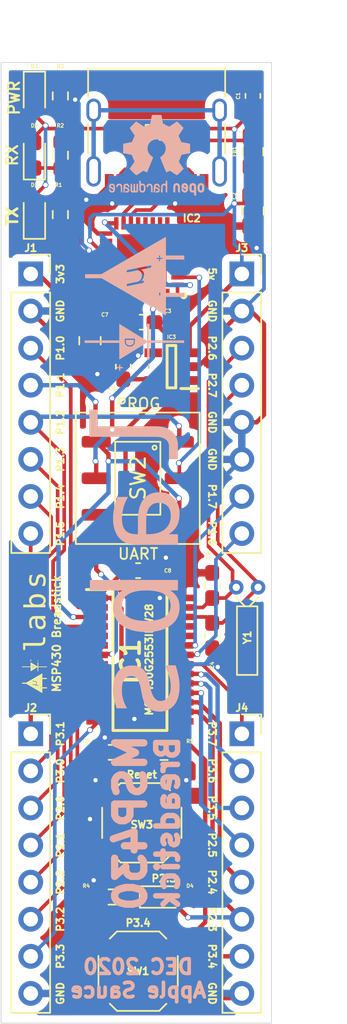
<source format=kicad_pcb>
(kicad_pcb (version 20171130) (host pcbnew 5.1.8-1.fc32)
  (layers (0 F.Cu signal) (31 B.Cu signal) (34 B.Paste user) (35 F.Paste user) (36 B.SilkS user) (37 F.SilkS user) (38 B.Mask user) (39 F.Mask user) (44 Edge.Cuts user))
  (net 0 "")
  (net 1 GND)
  (net 2 5V)
  (net 3 3.3v)
  (net 4 RST)
  (net 5 3.3v_out)
  (net 6 "Net-(D1-Pad1)")
  (net 7 "Net-(D2-Pad1)")
  (net 8 "Net-(D3-Pad1)")
  (net 9 P2.3)
  (net 10 "Net-(D4-Pad1)")
  (net 11 "Net-(FB1-Pad2)")
  (net 12 P1.0)
  (net 13 P1.1)
  (net 14 P1.2)
  (net 15 P1.3)
  (net 16 P1.4)
  (net 17 P1.5)
  (net 18 P3.1)
  (net 19 P3.0)
  (net 20 P2.0)
  (net 21 P2.1)
  (net 22 P2.2)
  (net 23 P3.2)
  (net 24 P3.3)
  (net 25 P3.4)
  (net 26 P2.4)
  (net 27 P2.5)
  (net 28 P3.5)
  (net 29 P3.6)
  (net 30 P3.7)
  (net 31 P1.6)
  (net 32 P1.7)
  (net 33 TEST)
  (net 34 P2.7)
  (net 35 P2.6)
  (net 36 RXD)
  (net 37 "Net-(IC2-Pad3)")
  (net 38 "Net-(IC2-Pad5)")
  (net 39 "Net-(IC2-Pad6)")
  (net 40 "Net-(IC2-Pad7)")
  (net 41 "Net-(IC2-Pad8)")
  (net 42 "Net-(IC2-Pad9)")
  (net 43 "Net-(IC2-Pad10)")
  (net 44 "Net-(IC2-Pad11)")
  (net 45 "Net-(IC2-Pad12)")
  (net 46 "Net-(IC2-Pad13)")
  (net 47 D+)
  (net 48 D-)
  (net 49 "Net-(IC2-Pad18)")
  (net 50 RXLED)
  (net 51 TXLED)
  (net 52 "Net-(IC2-Pad23)")
  (net 53 "Net-(IC2-Pad25)")
  (net 54 "Net-(IC2-Pad27)")
  (net 55 "Net-(IC2-Pad28)")
  (net 56 "Net-(IC2-Pad29)")
  (net 57 TXD)
  (net 58 DTR)
  (net 59 RTS)
  (net 60 "Net-(IC2-Pad33)")
  (net 61 "Net-(IC3-Pad4)")
  (net 62 "Net-(P1-PadA5)")
  (net 63 "Net-(P1-PadB5)")
  (net 64 "Net-(P1-PadS1)")
  (module Symbol:OSHW-Logo2_7.3x6mm_SilkScreen (layer B.Cu) (at 136.398 51.816 180)
    (fp_text reference REF** hide)
    (fp_text value OSHW-Logo2_7.3x6mm_SilkScreen hide)
  )
  (module udlabs:udlabs_32.5x6.8 (layer B.Cu) (at 134.874 73.66 270)
    (fp_text reference G*** hide)
    (fp_text value LOGO hide)
  )
  (module udlabs:udlabs_8.1x1.7 (layer F.Cu) (at 128.016 84.582 90)
    (fp_text reference G*** hide)
    (fp_text value LOGO hide)
  )
  (module Capacitor_SMD:C_0603_1608Metric_Pad1.08x0.95mm_HandSolder (layer F.Cu) (at 140.208 84.709 270)
    (fp_text reference C4 (at 2.032 0 90) (layer F.SilkS) (effects (font (size 0.25 0.25) (thickness 0.0625))))
    (fp_text value 22pF)
    (pad 2 smd roundrect (at 0.8625 0 270) (size 1.075 0.95) (layers F.Cu F.Paste F.Mask) (net 1 GND))
    (pad 1 smd roundrect (at -0.8625 0 270) (size 1.075 0.95) (layers F.Cu F.Paste F.Mask) (net 34 P2.7))
  )
  (module Crystal:Crystal_DS10_D1.0mm_L4.3mm_Horizontal (layer F.Cu) (at 141.859 81.407)
    (fp_text reference Y1 (at 0.762 3.429 90) (layer F.SilkS) (effects (font (size 0.5 0.5) (thickness 0.125))))
    (fp_text value "32768 Hz")
    (pad 2 thru_hole circle (at 1.5 0) (size 1 1) (drill 0.5) (layers *.Cu *.Mask) (net 34 P2.7))
    (pad 1 thru_hole circle (at 0 0) (size 1 1) (drill 0.5) (layers *.Cu *.Mask) (net 35 P2.6))
  )
  (module Capacitor_SMD:C_0603_1608Metric_Pad1.08x0.95mm_HandSolder (layer F.Cu) (at 140.208 81.28 90)
    (fp_text reference C9 (at 2.032 -0.254 90) (layer F.SilkS) (effects (font (size 0.25 0.25) (thickness 0.0625))))
    (fp_text value 22pF)
    (pad 2 smd roundrect (at 0.8625 0 90) (size 1.075 0.95) (layers F.Cu F.Paste F.Mask) (net 1 GND))
    (pad 1 smd roundrect (at -0.8625 0 90) (size 1.075 0.95) (layers F.Cu F.Paste F.Mask) (net 35 P2.6))
  )
  (module LED_SMD:LED_0603_1608Metric_Pad1.05x0.95mm_HandSolder (layer F.Cu) (at 136.906 102.616)
    (fp_text reference D4 (at 1.778 -0.762) (layer F.SilkS) (effects (font (size 0.25 0.25) (thickness 0.0625))))
    (fp_text value "USR LED")
    (pad 2 smd roundrect (at 0.875 0) (size 1.05 0.95) (layers F.Cu F.Paste F.Mask) (net 9 P2.3))
    (pad 1 smd roundrect (at -0.875 0) (size 1.05 0.95) (layers F.Cu F.Paste F.Mask) (net 10 "Net-(D4-Pad1)"))
  )
  (module Resistor_SMD:R_0603_1608Metric_Pad0.98x0.95mm_HandSolder (layer F.Cu) (at 133.35 102.616)
    (fp_text reference R4 (at -1.778 -0.762 180) (layer F.SilkS) (effects (font (size 0.25 0.25) (thickness 0.0625))))
    (fp_text value 1k)
    (pad 2 smd roundrect (at 0.9125 0) (size 0.975 0.95) (layers F.Cu F.Paste F.Mask) (net 10 "Net-(D4-Pad1)"))
    (pad 1 smd roundrect (at -0.9125 0) (size 0.975 0.95) (layers F.Cu F.Paste F.Mask) (net 1 GND))
  )
  (module Capacitor_SMD:C_0603_1608Metric_Pad1.08x0.95mm_HandSolder (layer F.Cu) (at 135.128 80.264 180)
    (fp_text reference C8 (at -2.032 0) (layer F.SilkS) (effects (font (size 0.25 0.25) (thickness 0.0625))))
    (fp_text value 100nF)
    (pad 1 smd roundrect (at -0.8625 0 180) (size 1.075 0.95) (layers F.Cu F.Paste F.Mask) (net 1 GND))
    (pad 2 smd roundrect (at 0.8625 0 180) (size 1.075 0.95) (layers F.Cu F.Paste F.Mask) (net 3 3.3v))
  )
  (module Capacitor_SMD:C_0603_1608Metric_Pad1.08x0.95mm_HandSolder (layer F.Cu) (at 134.112 66.294 270)
    (fp_text reference C6 (at 1.524 0.762) (layer F.SilkS) (effects (font (size 0.25 0.25) (thickness 0.0625))))
    (fp_text value 100nF)
    (pad 2 smd roundrect (at 0.8625 0 270) (size 1.075 0.95) (layers F.Cu F.Paste F.Mask) (net 5 3.3v_out))
    (pad 1 smd roundrect (at -0.8625 0 270) (size 1.075 0.95) (layers F.Cu F.Paste F.Mask) (net 1 GND))
  )
  (module Capacitor_SMD:C_0603_1608Metric_Pad1.08x0.95mm_HandSolder (layer F.Cu) (at 133.2495 92.71 180)
    (fp_text reference C5 (at 1.6775 0.762 180) (layer F.SilkS) (effects (font (size 0.25 0.25) (thickness 0.0625))))
    (fp_text value 100nF)
    (pad 2 smd roundrect (at 0.8625 0 180) (size 1.075 0.95) (layers F.Cu F.Paste F.Mask) (net 4 RST))
    (pad 1 smd roundrect (at -0.8625 0 180) (size 1.075 0.95) (layers F.Cu F.Paste F.Mask) (net 1 GND))
  )
  (module Capacitor_SMD:C_0603_1608Metric_Pad1.08x0.95mm_HandSolder (layer F.Cu) (at 135.382 63.246)
    (fp_text reference C3 (at 1.778 -0.762) (layer F.SilkS) (effects (font (size 0.25 0.25) (thickness 0.0625))))
    (fp_text value 100nF)
    (pad 2 smd roundrect (at 0.8625 0) (size 1.075 0.95) (layers F.Cu F.Paste F.Mask) (net 3 3.3v))
    (pad 1 smd roundrect (at -0.8625 0) (size 1.075 0.95) (layers F.Cu F.Paste F.Mask) (net 1 GND))
  )
  (module Capacitor_SMD:C_0603_1608Metric_Pad1.08x0.95mm_HandSolder (layer F.Cu) (at 143.002 47.752 90)
    (fp_text reference C1 (at 0 -1.016 90) (layer F.SilkS) (effects (font (size 0.25 0.25) (thickness 0.0625))))
    (fp_text value 100nF)
    (pad 2 smd roundrect (at 0.8625 0 90) (size 1.075 0.95) (layers F.Cu F.Paste F.Mask) (net 1 GND))
    (pad 1 smd roundrect (at -0.8625 0 90) (size 1.075 0.95) (layers F.Cu F.Paste F.Mask) (net 2 5V))
  )
  (module Capacitor_SMD:C_0805_2012Metric_Pad1.18x1.45mm_HandSolder (layer F.Cu) (at 131.826 64.516 90)
    (fp_text reference C7 (at 1.778 1.016) (layer F.SilkS) (effects (font (size 0.25 0.25) (thickness 0.0625))))
    (fp_text value 10uF)
    (pad 2 smd roundrect (at 1.0375 0 90) (size 1.175 1.45) (layers F.Cu F.Paste F.Mask) (roundrect_rratio 0.212766) (net 5 3.3v_out))
    (pad 1 smd roundrect (at -1.0375 0 90) (size 1.175 1.45) (layers F.Cu F.Paste F.Mask) (roundrect_rratio 0.212766) (net 1 GND))
  )
  (module Capacitor_SMD:C_0805_2012Metric_Pad1.18x1.45mm_HandSolder (layer F.Cu) (at 143.002 55.626 90)
    (fp_text reference C2 (at 1.016 -1.27 90) (layer F.SilkS) (effects (font (size 0.25 0.25) (thickness 0.0625))))
    (fp_text value 10uF)
    (pad 2 smd roundrect (at 1.0375 0 90) (size 1.175 1.45) (layers F.Cu F.Paste F.Mask) (roundrect_rratio 0.212766) (net 2 5V))
    (pad 1 smd roundrect (at -1.0375 0 90) (size 1.175 1.45) (layers F.Cu F.Paste F.Mask) (roundrect_rratio 0.212766) (net 1 GND))
  )
  (module Resistor_SMD:R_0603_1608Metric_Pad0.98x0.95mm_HandSolder (layer F.Cu) (at 136.906 92.71 180)
    (fp_text reference R5 (at -1.778 0.762) (layer F.SilkS) (effects (font (size 0.25 0.25) (thickness 0.0625))))
    (fp_text value 10k)
    (pad 2 smd roundrect (at 0.9125 0 180) (size 0.975 0.95) (layers F.Cu F.Paste F.Mask) (net 3 3.3v))
    (pad 1 smd roundrect (at -0.9125 0 180) (size 0.975 0.95) (layers F.Cu F.Paste F.Mask) (net 4 RST))
  )
  (module Resistor_SMD:R_0603_1608Metric_Pad0.98x0.95mm_HandSolder (layer F.Cu) (at 129.794 47.752 90)
    (fp_text reference R3 (at 2.032 0 180) (layer F.SilkS) (effects (font (size 0.25 0.25) (thickness 0.0625))))
    (fp_text value 1k)
    (pad 2 smd roundrect (at 0.9125 0 90) (size 0.975 0.95) (layers F.Cu F.Paste F.Mask) (net 8 "Net-(D3-Pad1)"))
    (pad 1 smd roundrect (at -0.9125 0 90) (size 0.975 0.95) (layers F.Cu F.Paste F.Mask) (net 1 GND))
  )
  (module Resistor_SMD:R_0603_1608Metric_Pad0.98x0.95mm_HandSolder (layer F.Cu) (at 129.794 51.816 270)
    (fp_text reference R2 (at -2.032 0 180) (layer F.SilkS) (effects (font (size 0.25 0.25) (thickness 0.0625))))
    (fp_text value 1k)
    (pad 2 smd roundrect (at 0.9125 0 270) (size 0.975 0.95) (layers F.Cu F.Paste F.Mask) (net 7 "Net-(D2-Pad1)"))
    (pad 1 smd roundrect (at -0.9125 0 270) (size 0.975 0.95) (layers F.Cu F.Paste F.Mask) (net 50 RXLED))
  )
  (module Resistor_SMD:R_0603_1608Metric_Pad0.98x0.95mm_HandSolder (layer F.Cu) (at 129.794 55.88 270)
    (fp_text reference R1 (at -2.032 0.127 180) (layer F.SilkS) (effects (font (size 0.25 0.25) (thickness 0.0625))))
    (fp_text value 1k)
    (pad 2 smd roundrect (at 0.9125 0 270) (size 0.975 0.95) (layers F.Cu F.Paste F.Mask) (net 6 "Net-(D1-Pad1)"))
    (pad 1 smd roundrect (at -0.9125 0 270) (size 0.975 0.95) (layers F.Cu F.Paste F.Mask) (net 51 TXLED))
  )
  (module Connector_PinSocket_2.54mm:PinSocket_1x08_P2.54mm_Vertical (layer F.Cu) (at 142.24 91.44)
    (fp_text reference J4 (at 0 -1.778) (layer F.SilkS) (effects (font (size 0.5 0.5) (thickness 0.125))))
    (fp_text value Conn_01x08_Male)
    (pad 8 thru_hole oval (at 0 17.78) (size 1.7 1.7) (drill 1) (layers *.Cu *.Mask) (net 1 GND))
    (pad 7 thru_hole oval (at 0 15.24) (size 1.7 1.7) (drill 1) (layers *.Cu *.Mask) (net 25 P3.4))
    (pad 6 thru_hole oval (at 0 12.7) (size 1.7 1.7) (drill 1) (layers *.Cu *.Mask) (net 9 P2.3))
    (pad 5 thru_hole oval (at 0 10.16) (size 1.7 1.7) (drill 1) (layers *.Cu *.Mask) (net 26 P2.4))
    (pad 4 thru_hole oval (at 0 7.62) (size 1.7 1.7) (drill 1) (layers *.Cu *.Mask) (net 27 P2.5))
    (pad 3 thru_hole oval (at 0 5.08) (size 1.7 1.7) (drill 1) (layers *.Cu *.Mask) (net 28 P3.5))
    (pad 2 thru_hole oval (at 0 2.54) (size 1.7 1.7) (drill 1) (layers *.Cu *.Mask) (net 29 P3.6))
    (pad 1 thru_hole rect (at 0 0) (size 1.7 1.7) (drill 1) (layers *.Cu *.Mask) (net 30 P3.7))
  )
  (module Connector_PinSocket_2.54mm:PinSocket_1x08_P2.54mm_Vertical (layer F.Cu) (at 142.24 59.944)
    (fp_text reference J3 (at 0 -1.778 180) (layer F.SilkS) (effects (font (size 0.5 0.5) (thickness 0.125))))
    (fp_text value Conn_01x08_Male)
    (pad 8 thru_hole oval (at 0 17.78) (size 1.7 1.7) (drill 1) (layers *.Cu *.Mask) (net 31 P1.6))
    (pad 7 thru_hole oval (at 0 15.24) (size 1.7 1.7) (drill 1) (layers *.Cu *.Mask) (net 32 P1.7))
    (pad 6 thru_hole oval (at 0 12.7) (size 1.7 1.7) (drill 1) (layers *.Cu *.Mask) (net 1 GND))
    (pad 5 thru_hole oval (at 0 10.16) (size 1.7 1.7) (drill 1) (layers *.Cu *.Mask) (net 1 GND))
    (pad 4 thru_hole oval (at 0 7.62) (size 1.7 1.7) (drill 1) (layers *.Cu *.Mask) (net 34 P2.7))
    (pad 3 thru_hole oval (at 0 5.08) (size 1.7 1.7) (drill 1) (layers *.Cu *.Mask) (net 35 P2.6))
    (pad 2 thru_hole oval (at 0 2.54) (size 1.7 1.7) (drill 1) (layers *.Cu *.Mask) (net 1 GND))
    (pad 1 thru_hole rect (at 0 0) (size 1.7 1.7) (drill 1) (layers *.Cu *.Mask) (net 2 5V))
  )
  (module Connector_PinSocket_2.54mm:PinSocket_1x08_P2.54mm_Vertical (layer F.Cu) (at 127.762 91.44)
    (fp_text reference J2 (at 0 -1.778) (layer F.SilkS) (effects (font (size 0.5 0.5) (thickness 0.125))))
    (fp_text value Conn_01x08_Male)
    (pad 8 thru_hole oval (at 0 17.78) (size 1.7 1.7) (drill 1) (layers *.Cu *.Mask) (net 1 GND))
    (pad 7 thru_hole oval (at 0 15.24) (size 1.7 1.7) (drill 1) (layers *.Cu *.Mask) (net 24 P3.3))
    (pad 6 thru_hole oval (at 0 12.7) (size 1.7 1.7) (drill 1) (layers *.Cu *.Mask) (net 23 P3.2))
    (pad 5 thru_hole oval (at 0 10.16) (size 1.7 1.7) (drill 1) (layers *.Cu *.Mask) (net 22 P2.2))
    (pad 4 thru_hole oval (at 0 7.62) (size 1.7 1.7) (drill 1) (layers *.Cu *.Mask) (net 21 P2.1))
    (pad 3 thru_hole oval (at 0 5.08) (size 1.7 1.7) (drill 1) (layers *.Cu *.Mask) (net 20 P2.0))
    (pad 2 thru_hole oval (at 0 2.54) (size 1.7 1.7) (drill 1) (layers *.Cu *.Mask) (net 19 P3.0))
    (pad 1 thru_hole rect (at 0 0) (size 1.7 1.7) (drill 1) (layers *.Cu *.Mask) (net 18 P3.1))
  )
  (module Connector_PinSocket_2.54mm:PinSocket_1x08_P2.54mm_Vertical (layer F.Cu) (at 127.762 59.944)
    (fp_text reference J1 (at 0 -1.778) (layer F.SilkS) (effects (font (size 0.5 0.5) (thickness 0.125))))
    (fp_text value Conn_01x08_Male)
    (pad 8 thru_hole oval (at 0 17.78) (size 1.7 1.7) (drill 1) (layers *.Cu *.Mask) (net 17 P1.5))
    (pad 7 thru_hole oval (at 0 15.24) (size 1.7 1.7) (drill 1) (layers *.Cu *.Mask) (net 16 P1.4))
    (pad 6 thru_hole oval (at 0 12.7) (size 1.7 1.7) (drill 1) (layers *.Cu *.Mask) (net 15 P1.3))
    (pad 5 thru_hole oval (at 0 10.16) (size 1.7 1.7) (drill 1) (layers *.Cu *.Mask) (net 14 P1.2))
    (pad 4 thru_hole oval (at 0 7.62) (size 1.7 1.7) (drill 1) (layers *.Cu *.Mask) (net 13 P1.1))
    (pad 3 thru_hole oval (at 0 5.08) (size 1.7 1.7) (drill 1) (layers *.Cu *.Mask) (net 12 P1.0))
    (pad 2 thru_hole oval (at 0 2.54) (size 1.7 1.7) (drill 1) (layers *.Cu *.Mask) (net 1 GND))
    (pad 1 thru_hole rect (at 0 0) (size 1.7 1.7) (drill 1) (layers *.Cu *.Mask) (net 5 3.3v_out))
  )
  (module Button_Switch_SMD:SW_SPST_SKQG_WithStem (layer F.Cu) (at 135.382 97.536 180)
    (fp_text reference SW3 (at 0 -0.127) (layer F.SilkS) (effects (font (size 0.5 0.5) (thickness 0.125))))
    (fp_text value SW_SPST)
    (pad 2 smd rect (at 3.1 1.85 180) (size 1.8 1.1) (layers F.Cu F.Paste F.Mask) (net 1 GND))
    (pad 2 smd rect (at -3.1 1.85 180) (size 1.8 1.1) (layers F.Cu F.Paste F.Mask) (net 1 GND))
    (pad 1 smd rect (at 3.1 -1.85 180) (size 1.8 1.1) (layers F.Cu F.Paste F.Mask) (net 4 RST))
    (pad 1 smd rect (at -3.1 -1.85 180) (size 1.8 1.1) (layers F.Cu F.Paste F.Mask) (net 4 RST))
  )
  (module udlabs:MSS22D18 (layer F.Cu) (at 139.954 75.438 270)
    (fp_text reference SW2 (at -1.524 4.826 90) (layer F.SilkS))
    (fp_text value MSS22D18)
    (pad 1 smd roundrect (at -4 2 270) (size 0.8 2) (layers F.Cu F.Paste F.Mask) (net 14 P1.2))
    (pad 2 smd roundrect (at -1.5 2 270) (size 0.8 2) (layers F.Cu F.Paste F.Mask) (net 36 RXD))
    (pad 3 smd roundrect (at 1 2 270) (size 0.8 2) (layers F.Cu F.Paste F.Mask) (net 13 P1.1))
    (pad 4 smd roundrect (at -4 7.7 270) (size 0.8 2) (layers F.Cu F.Paste F.Mask) (net 13 P1.1))
    (pad 5 smd roundrect (at -1.5 7.7 270) (size 0.8 2) (layers F.Cu F.Paste F.Mask) (net 57 TXD))
    (pad 6 smd roundrect (at 1 7.7 270) (size 0.8 2) (layers F.Cu F.Paste F.Mask) (net 17 P1.5))
  )
  (module Button_Switch_SMD:SW_SPST_SKQG_WithStem (layer F.Cu) (at 135.128 107.696)
    (fp_text reference SW1 (at 0 0) (layer F.SilkS) (effects (font (size 0.5 0.5) (thickness 0.125))))
    (fp_text value SW_SPST)
    (pad 2 smd rect (at 3.1 1.85) (size 1.8 1.1) (layers F.Cu F.Paste F.Mask) (net 1 GND))
    (pad 2 smd rect (at -3.1 1.85) (size 1.8 1.1) (layers F.Cu F.Paste F.Mask) (net 1 GND))
    (pad 1 smd rect (at 3.1 -1.85) (size 1.8 1.1) (layers F.Cu F.Paste F.Mask) (net 25 P3.4))
    (pad 1 smd rect (at -3.1 -1.85) (size 1.8 1.1) (layers F.Cu F.Paste F.Mask) (net 25 P3.4))
  )
  (module Connector_USB:USB_C_Receptacle_HRO_TYPE-C-31-M-12 (layer F.Cu) (at 136.398 49.784 180)
    (fp_text reference P1 (at 0 -0.508) (layer F.SilkS))
    (fp_text value USB_C_Plug_USB2.0)
    (pad B1 smd rect (at 3.25 -4.045 180) (size 0.6 1.45) (layers F.Cu F.Paste F.Mask) (net 1 GND))
    (pad A9 smd rect (at 2.45 -4.045 180) (size 0.6 1.45) (layers F.Cu F.Paste F.Mask) (net 11 "Net-(FB1-Pad2)"))
    (pad B9 smd rect (at -2.45 -4.045 180) (size 0.6 1.45) (layers F.Cu F.Paste F.Mask) (net 11 "Net-(FB1-Pad2)"))
    (pad B12 smd rect (at -3.25 -4.045 180) (size 0.6 1.45) (layers F.Cu F.Paste F.Mask) (net 1 GND))
    (pad A1 smd rect (at -3.25 -4.045 180) (size 0.6 1.45) (layers F.Cu F.Paste F.Mask) (net 1 GND))
    (pad A4 smd rect (at -2.45 -4.045 180) (size 0.6 1.45) (layers F.Cu F.Paste F.Mask) (net 11 "Net-(FB1-Pad2)"))
    (pad B4 smd rect (at 2.45 -4.045 180) (size 0.6 1.45) (layers F.Cu F.Paste F.Mask) (net 11 "Net-(FB1-Pad2)"))
    (pad A12 smd rect (at 3.25 -4.045 180) (size 0.6 1.45) (layers F.Cu F.Paste F.Mask) (net 1 GND))
    (pad B8 smd rect (at -1.75 -4.045 180) (size 0.3 1.45) (layers F.Cu F.Paste F.Mask))
    (pad A5 smd rect (at -1.25 -4.045 180) (size 0.3 1.45) (layers F.Cu F.Paste F.Mask) (net 62 "Net-(P1-PadA5)"))
    (pad B7 smd rect (at -0.75 -4.045 180) (size 0.3 1.45) (layers F.Cu F.Paste F.Mask))
    (pad A7 smd rect (at 0.25 -4.045 180) (size 0.3 1.45) (layers F.Cu F.Paste F.Mask) (net 48 D-))
    (pad B6 smd rect (at 0.75 -4.045 180) (size 0.3 1.45) (layers F.Cu F.Paste F.Mask))
    (pad A8 smd rect (at 1.25 -4.045 180) (size 0.3 1.45) (layers F.Cu F.Paste F.Mask))
    (pad B5 smd rect (at 1.75 -4.045 180) (size 0.3 1.45) (layers F.Cu F.Paste F.Mask) (net 63 "Net-(P1-PadB5)"))
    (pad A6 smd rect (at -0.25 -4.045 180) (size 0.3 1.45) (layers F.Cu F.Paste F.Mask) (net 47 D+))
    (pad S1 thru_hole oval (at 4.32 -3.13 180) (size 1 2.1) (drill oval 0.6 1.7) (layers *.Cu *.Mask) (net 64 "Net-(P1-PadS1)"))
    (pad S1 thru_hole oval (at -4.32 -3.13 180) (size 1 2.1) (drill oval 0.6 1.7) (layers *.Cu *.Mask) (net 64 "Net-(P1-PadS1)"))
    (pad "" np_thru_hole circle (at -2.89 -2.6 180) (size 0.65 0.65) (drill 0.65) (layers *.Cu *.Mask))
    (pad S1 thru_hole oval (at -4.32 1.05 180) (size 1 1.6) (drill oval 0.6 1.2) (layers *.Cu *.Mask) (net 64 "Net-(P1-PadS1)"))
    (pad "" np_thru_hole circle (at 2.89 -2.6 180) (size 0.65 0.65) (drill 0.65) (layers *.Cu *.Mask))
    (pad S1 thru_hole oval (at 4.32 1.05 180) (size 1 1.6) (drill oval 0.6 1.2) (layers *.Cu *.Mask) (net 64 "Net-(P1-PadS1)"))
  )
  (module udlabs:TLV74033PDBVR (layer F.Cu) (at 137.414 66.294 180)
    (fp_text reference IC3 (at 0 2.032 180) (layer F.SilkS) (effects (font (size 0.25 0.25) (thickness 0.0625))))
    (fp_text value TLV74033PDBVR hide)
    (pad 1 smd rect (at -1.25 -0.95 270) (size 0.6 1.2) (layers F.Cu F.Paste F.Mask) (net 2 5V))
    (pad 2 smd rect (at -1.25 0 270) (size 0.6 1.2) (layers F.Cu F.Paste F.Mask) (net 1 GND))
    (pad 3 smd rect (at -1.25 0.95 270) (size 0.6 1.2) (layers F.Cu F.Paste F.Mask) (net 2 5V))
    (pad 4 smd rect (at 1.25 0.95 270) (size 0.6 1.2) (layers F.Cu F.Paste F.Mask) (net 61 "Net-(IC3-Pad4)"))
    (pad 5 smd rect (at 1.25 -0.95 270) (size 0.6 1.2) (layers F.Cu F.Paste F.Mask) (net 5 3.3v_out))
  )
  (module udlabs:FT232RQ (layer F.Cu) (at 135.382 58.928 180)
    (fp_text reference IC2 (at -3.429 2.794) (layer F.SilkS) (effects (font (size 0.5 0.5) (thickness 0.125))))
    (fp_text value FT232RQ hide)
    (pad 1 smd rect (at -2.45 -1.75 270) (size 0.3 0.85) (layers F.Cu F.Paste F.Mask) (net 3 3.3v))
    (pad 2 smd rect (at -2.45 -1.25 270) (size 0.3 0.85) (layers F.Cu F.Paste F.Mask) (net 36 RXD))
    (pad 3 smd rect (at -2.45 -0.75 270) (size 0.3 0.85) (layers F.Cu F.Paste F.Mask) (net 37 "Net-(IC2-Pad3)"))
    (pad 4 smd rect (at -2.45 -0.25 270) (size 0.3 0.85) (layers F.Cu F.Paste F.Mask) (net 1 GND))
    (pad 5 smd rect (at -2.45 0.25 270) (size 0.3 0.85) (layers F.Cu F.Paste F.Mask) (net 38 "Net-(IC2-Pad5)"))
    (pad 6 smd rect (at -2.45 0.75 270) (size 0.3 0.85) (layers F.Cu F.Paste F.Mask) (net 39 "Net-(IC2-Pad6)"))
    (pad 7 smd rect (at -2.45 1.25 270) (size 0.3 0.85) (layers F.Cu F.Paste F.Mask) (net 40 "Net-(IC2-Pad7)"))
    (pad 8 smd rect (at -2.45 1.75 270) (size 0.3 0.85) (layers F.Cu F.Paste F.Mask) (net 41 "Net-(IC2-Pad8)"))
    (pad 9 smd rect (at -1.75 2.45 180) (size 0.3 0.85) (layers F.Cu F.Paste F.Mask) (net 42 "Net-(IC2-Pad9)"))
    (pad 10 smd rect (at -1.25 2.45 180) (size 0.3 0.85) (layers F.Cu F.Paste F.Mask) (net 43 "Net-(IC2-Pad10)"))
    (pad 11 smd rect (at -0.75 2.45 180) (size 0.3 0.85) (layers F.Cu F.Paste F.Mask) (net 44 "Net-(IC2-Pad11)"))
    (pad 12 smd rect (at -0.25 2.45 180) (size 0.3 0.85) (layers F.Cu F.Paste F.Mask) (net 45 "Net-(IC2-Pad12)"))
    (pad 13 smd rect (at 0.25 2.45 180) (size 0.3 0.85) (layers F.Cu F.Paste F.Mask) (net 46 "Net-(IC2-Pad13)"))
    (pad 14 smd rect (at 0.75 2.45 180) (size 0.3 0.85) (layers F.Cu F.Paste F.Mask) (net 47 D+))
    (pad 15 smd rect (at 1.25 2.45 180) (size 0.3 0.85) (layers F.Cu F.Paste F.Mask) (net 48 D-))
    (pad 16 smd rect (at 1.75 2.45 180) (size 0.3 0.85) (layers F.Cu F.Paste F.Mask) (net 3 3.3v))
    (pad 17 smd rect (at 2.45 1.75 270) (size 0.3 0.85) (layers F.Cu F.Paste F.Mask) (net 1 GND))
    (pad 18 smd rect (at 2.45 1.25 270) (size 0.3 0.85) (layers F.Cu F.Paste F.Mask) (net 49 "Net-(IC2-Pad18)"))
    (pad 19 smd rect (at 2.45 0.75 270) (size 0.3 0.85) (layers F.Cu F.Paste F.Mask) (net 2 5V))
    (pad 20 smd rect (at 2.45 0.25 270) (size 0.3 0.85) (layers F.Cu F.Paste F.Mask) (net 1 GND))
    (pad 21 smd rect (at 2.45 -0.25 270) (size 0.3 0.85) (layers F.Cu F.Paste F.Mask) (net 50 RXLED))
    (pad 22 smd rect (at 2.45 -0.75 270) (size 0.3 0.85) (layers F.Cu F.Paste F.Mask) (net 51 TXLED))
    (pad 23 smd rect (at 2.45 -1.25 270) (size 0.3 0.85) (layers F.Cu F.Paste F.Mask) (net 52 "Net-(IC2-Pad23)"))
    (pad 24 smd rect (at 2.45 -1.75 270) (size 0.3 0.85) (layers F.Cu F.Paste F.Mask) (net 1 GND))
    (pad 25 smd rect (at 1.75 -2.45 180) (size 0.3 0.85) (layers F.Cu F.Paste F.Mask) (net 53 "Net-(IC2-Pad25)"))
    (pad 26 smd rect (at 1.25 -2.45 180) (size 0.3 0.85) (layers F.Cu F.Paste F.Mask) (net 1 GND))
    (pad 27 smd rect (at 0.75 -2.45 180) (size 0.3 0.85) (layers F.Cu F.Paste F.Mask) (net 54 "Net-(IC2-Pad27)"))
    (pad 28 smd rect (at 0.25 -2.45 180) (size 0.3 0.85) (layers F.Cu F.Paste F.Mask) (net 55 "Net-(IC2-Pad28)"))
    (pad 29 smd rect (at -0.25 -2.45 180) (size 0.3 0.85) (layers F.Cu F.Paste F.Mask) (net 56 "Net-(IC2-Pad29)"))
    (pad 30 smd rect (at -0.75 -2.45 180) (size 0.3 0.85) (layers F.Cu F.Paste F.Mask) (net 57 TXD))
    (pad 31 smd rect (at -1.25 -2.45 180) (size 0.3 0.85) (layers F.Cu F.Paste F.Mask) (net 58 DTR))
    (pad 32 smd rect (at -1.75 -2.45 180) (size 0.3 0.85) (layers F.Cu F.Paste F.Mask) (net 59 RTS))
    (pad 33 smd rect (at 0 0 180) (size 3.4 3.4) (layers F.Cu F.Paste F.Mask) (net 60 "Net-(IC2-Pad33)"))
  )
  (module udlabs:MSP430G2553IPW28 (layer F.Cu) (at 135.255 86.36)
    (fp_text reference IC1 (at -0.635 0.127 90) (layer F.SilkS) (effects (font (size 1.27 1.27) (thickness 0.254))))
    (fp_text value MSP430G2553IPW28 hide)
    (pad 1 smd rect (at -2.938 -4.225 90) (size 0.45 1.475) (layers F.Cu F.Paste F.Mask) (net 3 3.3v))
    (pad 2 smd rect (at -2.938 -3.575 90) (size 0.45 1.475) (layers F.Cu F.Paste F.Mask) (net 12 P1.0))
    (pad 3 smd rect (at -2.938 -2.925 90) (size 0.45 1.475) (layers F.Cu F.Paste F.Mask) (net 13 P1.1))
    (pad 4 smd rect (at -2.938 -2.275 90) (size 0.45 1.475) (layers F.Cu F.Paste F.Mask) (net 14 P1.2))
    (pad 5 smd rect (at -2.938 -1.625 90) (size 0.45 1.475) (layers F.Cu F.Paste F.Mask) (net 15 P1.3))
    (pad 6 smd rect (at -2.938 -0.975 90) (size 0.45 1.475) (layers F.Cu F.Paste F.Mask) (net 16 P1.4))
    (pad 7 smd rect (at -2.938 -0.325 90) (size 0.45 1.475) (layers F.Cu F.Paste F.Mask) (net 17 P1.5))
    (pad 8 smd rect (at -2.938 0.325 90) (size 0.45 1.475) (layers F.Cu F.Paste F.Mask) (net 18 P3.1))
    (pad 9 smd rect (at -2.938 0.975 90) (size 0.45 1.475) (layers F.Cu F.Paste F.Mask) (net 19 P3.0))
    (pad 10 smd rect (at -2.938 1.625 90) (size 0.45 1.475) (layers F.Cu F.Paste F.Mask) (net 20 P2.0))
    (pad 11 smd rect (at -2.938 2.275 90) (size 0.45 1.475) (layers F.Cu F.Paste F.Mask) (net 21 P2.1))
    (pad 12 smd rect (at -2.938 2.925 90) (size 0.45 1.475) (layers F.Cu F.Paste F.Mask) (net 22 P2.2))
    (pad 13 smd rect (at -2.938 3.575 90) (size 0.45 1.475) (layers F.Cu F.Paste F.Mask) (net 23 P3.2))
    (pad 14 smd rect (at -2.938 4.225 90) (size 0.45 1.475) (layers F.Cu F.Paste F.Mask) (net 24 P3.3))
    (pad 15 smd rect (at 2.938 4.225 90) (size 0.45 1.475) (layers F.Cu F.Paste F.Mask) (net 25 P3.4))
    (pad 16 smd rect (at 2.938 3.575 90) (size 0.45 1.475) (layers F.Cu F.Paste F.Mask) (net 9 P2.3))
    (pad 17 smd rect (at 2.938 2.925 90) (size 0.45 1.475) (layers F.Cu F.Paste F.Mask) (net 26 P2.4))
    (pad 18 smd rect (at 2.938 2.275 90) (size 0.45 1.475) (layers F.Cu F.Paste F.Mask) (net 27 P2.5))
    (pad 19 smd rect (at 2.938 1.625 90) (size 0.45 1.475) (layers F.Cu F.Paste F.Mask) (net 28 P3.5))
    (pad 20 smd rect (at 2.938 0.975 90) (size 0.45 1.475) (layers F.Cu F.Paste F.Mask) (net 29 P3.6))
    (pad 21 smd rect (at 2.938 0.325 90) (size 0.45 1.475) (layers F.Cu F.Paste F.Mask) (net 30 P3.7))
    (pad 22 smd rect (at 2.938 -0.325 90) (size 0.45 1.475) (layers F.Cu F.Paste F.Mask) (net 31 P1.6))
    (pad 23 smd rect (at 2.938 -0.975 90) (size 0.45 1.475) (layers F.Cu F.Paste F.Mask) (net 32 P1.7))
    (pad 24 smd rect (at 2.938 -1.625 90) (size 0.45 1.475) (layers F.Cu F.Paste F.Mask) (net 4 RST))
    (pad 25 smd rect (at 2.938 -2.275 90) (size 0.45 1.475) (layers F.Cu F.Paste F.Mask) (net 33 TEST))
    (pad 26 smd rect (at 2.938 -2.925 90) (size 0.45 1.475) (layers F.Cu F.Paste F.Mask) (net 34 P2.7))
    (pad 27 smd rect (at 2.938 -3.575 90) (size 0.45 1.475) (layers F.Cu F.Paste F.Mask) (net 35 P2.6))
    (pad 28 smd rect (at 2.938 -4.225 90) (size 0.45 1.475) (layers F.Cu F.Paste F.Mask) (net 1 GND))
  )
  (module Inductor_SMD:L_0805_2012Metric_Pad1.15x1.40mm_HandSolder (layer F.Cu) (at 143.002 51.571 90)
    (fp_text reference FB1 (at 0.009 -1.27 90) (layer F.SilkS) (effects (font (size 0.25 0.25) (thickness 0.0625))))
    (fp_text value Ferrite_Bead_Small)
    (pad 2 smd roundrect (at 1.025 0 90) (size 1.15 1.4) (layers F.Cu F.Paste F.Mask) (roundrect_rratio 0.217391) (net 11 "Net-(FB1-Pad2)"))
    (pad 1 smd roundrect (at -1.025 0 90) (size 1.15 1.4) (layers F.Cu F.Paste F.Mask) (roundrect_rratio 0.217391) (net 2 5V))
  )
  (module LED_SMD:LED_0603_1608Metric_Pad1.05x0.95mm_HandSolder (layer F.Cu) (at 128.016 47.752 270)
    (fp_text reference D3 (at -2.032 0 180) (layer F.SilkS) (effects (font (size 0.25 0.25) (thickness 0.0625))))
    (fp_text value "PWR LED")
    (pad 2 smd roundrect (at 0.875 0 270) (size 1.05 0.95) (layers F.Cu F.Paste F.Mask) (net 2 5V))
    (pad 1 smd roundrect (at -0.875 0 270) (size 1.05 0.95) (layers F.Cu F.Paste F.Mask) (net 8 "Net-(D3-Pad1)"))
  )
  (module LED_SMD:LED_0603_1608Metric_Pad1.05x0.95mm_HandSolder (layer F.Cu) (at 128.016 51.816 90)
    (fp_text reference D2 (at 2.032 0 180) (layer F.SilkS) (effects (font (size 0.25 0.25) (thickness 0.0625))))
    (fp_text value "RX LED")
    (pad 2 smd roundrect (at 0.875 0 90) (size 1.05 0.95) (layers F.Cu F.Paste F.Mask) (net 2 5V))
    (pad 1 smd roundrect (at -0.875 0 90) (size 1.05 0.95) (layers F.Cu F.Paste F.Mask) (net 7 "Net-(D2-Pad1)"))
  )
  (module LED_SMD:LED_0603_1608Metric_Pad1.05x0.95mm_HandSolder (layer F.Cu) (at 128.016 55.88 90)
    (fp_text reference D1 (at 2.032 0 180) (layer F.SilkS) (effects (font (size 0.25 0.25) (thickness 0.0625))))
    (fp_text value "TX LED")
    (pad 2 smd roundrect (at 0.875 0 90) (size 1.05 0.95) (layers F.Cu F.Paste F.Mask) (net 2 5V))
    (pad 1 smd roundrect (at -0.875 0 90) (size 1.05 0.95) (layers F.Cu F.Paste F.Mask) (net 6 "Net-(D1-Pad1)"))
  )
  (gr_text "DEC 2020\nApple Sauce" (at 135.128 108.204) (layer B.SilkS) (effects (font (size 1 1) (thickness 0.25)) (justify mirror)))
  (gr_text Breadstick (at 137.16 97.536 90) (layer B.SilkS) (effects (font (size 1.5 1.5) (thickness 0.375)) (justify mirror)))
  (gr_text MSP430 (at 134.62 97.536 90) (layer B.SilkS) (effects (font (size 2 2) (thickness 0.5)) (justify mirror)))
  (gr_text "MSP430 Breadstick" (at 129.54 84.582 90) (layer F.SilkS) (effects (font (size 0.55 0.55) (thickness 0.125))))
  (gr_text GND (at 140.208 109.22 270) (layer F.SilkS) (effects (font (size 0.5 0.5) (thickness 0.125))))
  (gr_text P3.4 (at 140.208 106.68 270) (layer F.SilkS) (effects (font (size 0.5 0.5) (thickness 0.125))))
  (gr_text P2.3 (at 140.208 104.14 270) (layer F.SilkS) (effects (font (size 0.5 0.5) (thickness 0.125))))
  (gr_text P2.4 (at 140.208 101.6 270) (layer F.SilkS) (effects (font (size 0.5 0.5) (thickness 0.125))))
  (gr_text P2.5 (at 140.208 99.06 270) (layer F.SilkS) (effects (font (size 0.5 0.5) (thickness 0.125))))
  (gr_text P3.5 (at 140.208 96.52 270) (layer F.SilkS) (effects (font (size 0.5 0.5) (thickness 0.125))))
  (gr_text P3.6 (at 140.208 93.98 270) (layer F.SilkS) (effects (font (size 0.5 0.5) (thickness 0.125))))
  (gr_text P3.7 (at 140.208 91.44 270) (layer F.SilkS) (effects (font (size 0.5 0.5) (thickness 0.125))))
  (gr_text P1.6 (at 140.208 77.724 270) (layer F.SilkS) (effects (font (size 0.5 0.5) (thickness 0.125))))
  (gr_text P1.7 (at 140.208 75.184 270) (layer F.SilkS) (effects (font (size 0.5 0.5) (thickness 0.125))))
  (gr_text GND (at 140.208 72.644 270) (layer F.SilkS) (effects (font (size 0.5 0.5) (thickness 0.125))))
  (gr_text GND (at 140.208 70.104 270) (layer F.SilkS) (effects (font (size 0.5 0.5) (thickness 0.125))))
  (gr_text P2.7 (at 140.208 67.564 270) (layer F.SilkS) (effects (font (size 0.5 0.5) (thickness 0.125))))
  (gr_text P2.6 (at 140.208 65.024 270) (layer F.SilkS) (effects (font (size 0.5 0.5) (thickness 0.125))))
  (gr_text GND (at 140.208 62.484 270) (layer F.SilkS) (effects (font (size 0.5 0.5) (thickness 0.125))))
  (gr_text 5v (at 140.208 59.944 270) (layer F.SilkS) (effects (font (size 0.5 0.5) (thickness 0.125))))
  (gr_text GND (at 129.794 109.22 90) (layer F.SilkS) (effects (font (size 0.5 0.5) (thickness 0.125))))
  (gr_text P3.3 (at 129.794 106.68 90) (layer F.SilkS) (effects (font (size 0.5 0.5) (thickness 0.125))))
  (gr_text P3.2 (at 129.794 104.14 90) (layer F.SilkS) (effects (font (size 0.5 0.5) (thickness 0.125))))
  (gr_text P2.2 (at 129.794 101.6 90) (layer F.SilkS) (effects (font (size 0.5 0.5) (thickness 0.125))))
  (gr_text P2.1 (at 129.794 99.06 90) (layer F.SilkS) (effects (font (size 0.5 0.5) (thickness 0.125))))
  (gr_text P2.0 (at 129.794 96.52 90) (layer F.SilkS) (effects (font (size 0.5 0.5) (thickness 0.125))))
  (gr_text P3.0 (at 129.794 93.98 90) (layer F.SilkS) (effects (font (size 0.5 0.5) (thickness 0.125))))
  (gr_text P3.1 (at 129.794 91.44 90) (layer F.SilkS) (effects (font (size 0.5 0.5) (thickness 0.125))))
  (gr_text P1.5 (at 129.794 77.724 90) (layer F.SilkS) (effects (font (size 0.5 0.5) (thickness 0.125))))
  (gr_text P1.4 (at 129.794 75.184 90) (layer F.SilkS) (effects (font (size 0.5 0.5) (thickness 0.125))))
  (gr_text P1.3 (at 129.794 72.644 90) (layer F.SilkS) (effects (font (size 0.5 0.5) (thickness 0.125))))
  (gr_text P1.2 (at 129.794 70.104 90) (layer F.SilkS) (effects (font (size 0.5 0.5) (thickness 0.125))))
  (gr_text P1.1 (at 129.794 67.564 90) (layer F.SilkS) (effects (font (size 0.5 0.5) (thickness 0.125))))
  (gr_text P1.0 (at 129.794 65.024 90) (layer F.SilkS) (effects (font (size 0.5 0.5) (thickness 0.125))))
  (gr_text GND (at 129.794 62.484 90) (layer F.SilkS) (effects (font (size 0.5 0.5) (thickness 0.125))))
  (gr_text 3v3 (at 129.794 59.944 90) (layer F.SilkS) (effects (font (size 0.5 0.5) (thickness 0.125))))
  (gr_text PWR (at 126.619 47.879 90) (layer F.SilkS) (effects (font (size 0.75 0.75))))
  (gr_text RX (at 126.492 51.816 90) (layer F.SilkS) (effects (font (size 0.75 0.75))))
  (gr_text TX (at 126.492 56.007 90) (layer F.SilkS) (effects (font (size 0.75 0.75) (thickness 0.1875))))
  (gr_text UART (at 135.128 79.121) (layer F.SilkS) (effects (font (size 0.75 0.75) (thickness 0.125))))
  (gr_text PROG (at 135.128 68.834) (layer F.SilkS) (effects (font (size 0.75 0.75) (thickness 0.125))))
  (gr_line (start 125.73 45.466) (end 125.73 111.252) (layer Edge.Cuts) (width 0.05))
  (gr_line (start 144.272 45.466) (end 125.73 45.466) (layer Edge.Cuts) (width 0.05))
  (gr_line (start 144.272 111.252) (end 144.272 45.466) (layer Edge.Cuts) (width 0.05))
  (gr_line (start 125.73 111.252) (end 144.272 111.252) (layer Edge.Cuts) (width 0.05))
  (gr_text Reset (at 135.382 94.234) (layer F.SilkS) (effects (font (size 0.5 0.5) (thickness 0.125))))
  (gr_text P2.3 (at 136.906 101.346) (layer F.SilkS) (effects (font (size 0.5 0.5) (thickness 0.125))))
  (gr_text P3.4 (at 135.128 104.394) (layer F.SilkS) (effects (font (size 0.5 0.5) (thickness 0.125))))
  (gr_text MSP430G2553IPW28 (at 135.89 86.36 90) (layer F.SilkS) (effects (font (size 0.5 0.5) (thickness 0.125))))
  (via (at 130.81 48.006) (size 0.41) (drill 0.3) (layers F.Cu B.Cu) (net 1))
  (segment (start 130.1515 48.6645) (end 130.81 48.006) (width 0.25) (layer F.Cu) (net 1))
  (segment (start 129.794 48.6645) (end 130.1515 48.6645) (width 0.25) (layer F.Cu) (net 1))
  (segment (start 130.81 48.006) (end 131.064 48.26) (width 0.25) (layer B.Cu) (net 1))
  (via (at 131.572 54.864) (size 0.41) (drill 0.3) (layers F.Cu B.Cu) (net 1))
  (segment (start 131.064 54.356) (end 131.572 54.864) (width 0.25) (layer B.Cu) (net 1))
  (segment (start 131.064 48.26) (end 131.064 54.356) (width 0.25) (layer B.Cu) (net 1))
  (segment (start 132.113 54.864) (end 133.148 53.829) (width 0.25) (layer F.Cu) (net 1))
  (segment (start 131.572 54.864) (end 132.113 54.864) (width 0.25) (layer F.Cu) (net 1))
  (via (at 131.756234 58.337768) (size 0.41) (drill 0.3) (layers F.Cu B.Cu) (net 1))
  (segment (start 132.096466 58.678) (end 131.756234 58.337768) (width 0.25) (layer F.Cu) (net 1))
  (segment (start 132.932 58.678) (end 132.096466 58.678) (width 0.25) (layer F.Cu) (net 1))
  (segment (start 131.295999 55.140001) (end 131.572 54.864) (width 0.25) (layer B.Cu) (net 1))
  (segment (start 131.295999 57.877533) (end 131.295999 55.140001) (width 0.25) (layer B.Cu) (net 1))
  (segment (start 131.756234 58.337768) (end 131.295999 57.877533) (width 0.25) (layer B.Cu) (net 1))
  (via (at 137.668 55.118) (size 0.41) (drill 0.3) (layers F.Cu B.Cu) (net 1))
  (segment (start 139.334 55.118) (end 137.668 55.118) (width 0.25) (layer F.Cu) (net 1))
  (segment (start 139.648 54.804) (end 139.334 55.118) (width 0.25) (layer F.Cu) (net 1))
  (segment (start 139.648 53.829) (end 139.648 54.804) (width 0.25) (layer F.Cu) (net 1))
  (via (at 133.35 55.118) (size 0.41) (drill 0.3) (layers F.Cu B.Cu) (net 1))
  (segment (start 137.668 55.118) (end 133.35 55.118) (width 0.25) (layer B.Cu) (net 1))
  (segment (start 133.148 54.916) (end 133.148 53.829) (width 0.25) (layer F.Cu) (net 1))
  (segment (start 133.35 55.118) (end 133.148 54.916) (width 0.25) (layer F.Cu) (net 1))
  (segment (start 139.2135 56.6635) (end 143.002 56.6635) (width 0.25) (layer F.Cu) (net 1))
  (segment (start 137.668 55.118) (end 139.2135 56.6635) (width 0.25) (layer F.Cu) (net 1))
  (segment (start 137.832 59.178) (end 139.45 59.178) (width 0.25) (layer F.Cu) (net 1))
  (segment (start 141.9645 56.6635) (end 143.002 56.6635) (width 0.25) (layer F.Cu) (net 1))
  (segment (start 139.45 59.178) (end 141.9645 56.6635) (width 0.25) (layer F.Cu) (net 1))
  (via (at 143.256 58.166) (size 0.41) (drill 0.3) (layers F.Cu B.Cu) (net 1))
  (segment (start 143.002 57.912) (end 143.256 58.166) (width 0.25) (layer F.Cu) (net 1))
  (segment (start 143.002 56.6635) (end 143.002 57.912) (width 0.25) (layer F.Cu) (net 1))
  (segment (start 143.256 58.166) (end 143.764 58.674) (width 0.25) (layer B.Cu) (net 1))
  (segment (start 143.764 60.96) (end 142.24 62.484) (width 0.25) (layer B.Cu) (net 1))
  (segment (start 143.764 58.674) (end 143.764 60.96) (width 0.25) (layer B.Cu) (net 1))
  (segment (start 134.132 62.8585) (end 134.5195 63.246) (width 0.25) (layer F.Cu) (net 1))
  (segment (start 134.132 61.378) (end 134.132 62.8585) (width 0.25) (layer F.Cu) (net 1))
  (segment (start 130.8315 65.5535) (end 131.826 65.5535) (width 0.3) (layer F.Cu) (net 1))
  (segment (start 127.762 62.484) (end 130.8315 65.5535) (width 0.3) (layer F.Cu) (net 1))
  (segment (start 139.244002 66.294) (end 140.208 65.330002) (width 0.3) (layer F.Cu) (net 1))
  (segment (start 138.664 66.294) (end 139.244002 66.294) (width 0.3) (layer F.Cu) (net 1))
  (segment (start 140.208 64.516) (end 142.24 62.484) (width 0.3) (layer F.Cu) (net 1))
  (segment (start 140.208 65.330002) (end 140.208 64.516) (width 0.3) (layer F.Cu) (net 1))
  (segment (start 134.5195 65.024) (end 134.112 65.4315) (width 0.3) (layer F.Cu) (net 1))
  (segment (start 134.5195 63.246) (end 134.5195 65.024) (width 0.3) (layer F.Cu) (net 1))
  (via (at 132.334 66.802) (size 0.41) (drill 0.3) (layers F.Cu B.Cu) (net 1))
  (segment (start 131.826 66.294) (end 132.334 66.802) (width 0.3) (layer F.Cu) (net 1))
  (segment (start 131.826 65.5535) (end 131.826 66.294) (width 0.3) (layer F.Cu) (net 1))
  (via (at 135.128 65.532) (size 0.41) (drill 0.3) (layers F.Cu B.Cu) (net 1))
  (segment (start 133.858 66.802) (end 135.128 65.532) (width 0.3) (layer B.Cu) (net 1))
  (segment (start 132.334 66.802) (end 133.858 66.802) (width 0.3) (layer B.Cu) (net 1))
  (segment (start 134.2125 65.532) (end 134.112 65.4315) (width 0.3) (layer F.Cu) (net 1))
  (segment (start 135.128 65.532) (end 134.2125 65.532) (width 0.3) (layer F.Cu) (net 1))
  (segment (start 131.756234 62.160234) (end 135.128 65.532) (width 0.3) (layer B.Cu) (net 1))
  (segment (start 131.756234 58.337768) (end 131.756234 62.160234) (width 0.3) (layer B.Cu) (net 1))
  (segment (start 133.982 63.246) (end 134.5195 63.246) (width 0.3) (layer F.Cu) (net 1))
  (segment (start 132.932 62.196) (end 133.982 63.246) (width 0.3) (layer F.Cu) (net 1))
  (segment (start 132.932 60.678) (end 132.932 62.196) (width 0.3) (layer F.Cu) (net 1))
  (segment (start 132.932 57.178) (end 132.362 57.178) (width 0.3) (layer F.Cu) (net 1))
  (segment (start 131.572 56.388) (end 131.572 54.864) (width 0.3) (layer F.Cu) (net 1))
  (segment (start 132.362 57.178) (end 131.572 56.388) (width 0.3) (layer F.Cu) (net 1))
  (segment (start 136.322 80.264) (end 138.193 82.135) (width 0.3) (layer F.Cu) (net 1))
  (segment (start 135.9905 80.264) (end 136.322 80.264) (width 0.3) (layer F.Cu) (net 1))
  (via (at 138.43 94.615) (size 0.41) (drill 0.3) (layers F.Cu B.Cu) (net 1))
  (segment (start 138.482 94.667) (end 138.43 94.615) (width 0.3) (layer F.Cu) (net 1))
  (segment (start 138.482 95.686) (end 138.482 94.667) (width 0.3) (layer F.Cu) (net 1))
  (segment (start 138.43 94.615) (end 132.334 94.615) (width 0.3) (layer B.Cu) (net 1))
  (via (at 132.207 94.615) (size 0.41) (drill 0.3) (layers F.Cu B.Cu) (net 1))
  (segment (start 132.334 94.615) (end 132.207 94.615) (width 0.3) (layer B.Cu) (net 1))
  (segment (start 132.207 95.611) (end 132.282 95.686) (width 0.3) (layer F.Cu) (net 1))
  (segment (start 132.207 94.615) (end 132.207 95.611) (width 0.3) (layer F.Cu) (net 1))
  (segment (start 133.858 92.71) (end 132.842 91.694) (width 0.3) (layer F.Cu) (net 1))
  (via (at 132.842 91.694) (size 0.41) (drill 0.3) (layers F.Cu B.Cu) (net 1))
  (segment (start 134.112 92.71) (end 133.858 92.71) (width 0.3) (layer F.Cu) (net 1))
  (segment (start 132.207 92.329) (end 132.207 94.615) (width 0.3) (layer B.Cu) (net 1))
  (segment (start 132.842 91.694) (end 132.207 92.329) (width 0.3) (layer B.Cu) (net 1))
  (segment (start 131.9265 46.8895) (end 130.81 48.006) (width 0.3) (layer F.Cu) (net 1))
  (segment (start 143.002 46.8895) (end 131.9265 46.8895) (width 0.3) (layer F.Cu) (net 1))
  (segment (start 142.24 62.484) (end 142.875 62.484) (width 0.3) (layer F.Cu) (net 1))
  (segment (start 142.875 62.484) (end 143.764 63.373) (width 0.3) (layer F.Cu) (net 1))
  (segment (start 143.764 63.373) (end 143.764 69.596) (width 0.3) (layer F.Cu) (net 1))
  (segment (start 143.256 70.104) (end 142.24 70.104) (width 0.3) (layer F.Cu) (net 1))
  (segment (start 143.764 69.596) (end 143.256 70.104) (width 0.3) (layer F.Cu) (net 1))
  (segment (start 142.24 70.104) (end 142.24 72.644) (width 0.3) (layer B.Cu) (net 1))
  (segment (start 131.702 109.22) (end 132.028 109.546) (width 0.3) (layer F.Cu) (net 1))
  (segment (start 127.762 109.22) (end 131.702 109.22) (width 0.3) (layer F.Cu) (net 1))
  (segment (start 141.914 109.546) (end 142.24 109.22) (width 0.3) (layer F.Cu) (net 1))
  (segment (start 138.228 109.546) (end 141.914 109.546) (width 0.3) (layer F.Cu) (net 1))
  (segment (start 132.028 109.546) (end 138.228 109.546) (width 0.3) (layer F.Cu) (net 1))
  (segment (start 132.4375 102.616) (end 132.4375 102.6395) (width 0.3) (layer F.Cu) (net 1))
  (segment (start 132.4375 102.6395) (end 130.302 104.775) (width 0.3) (layer F.Cu) (net 1))
  (segment (start 130.302 107.82) (end 132.028 109.546) (width 0.3) (layer F.Cu) (net 1))
  (segment (start 130.302 104.775) (end 130.302 107.82) (width 0.3) (layer F.Cu) (net 1))
  (segment (start 135.797 82.135) (end 134.62 83.312) (width 0.3) (layer F.Cu) (net 1))
  (via (at 134.874 90.424) (size 0.41) (drill 0.3) (layers F.Cu B.Cu) (net 1))
  (segment (start 134.62 90.17) (end 134.874 90.424) (width 0.3) (layer F.Cu) (net 1))
  (segment (start 134.62 83.312) (end 134.62 90.17) (width 0.3) (layer F.Cu) (net 1))
  (segment (start 134.112 90.424) (end 132.842 91.694) (width 0.3) (layer B.Cu) (net 1))
  (segment (start 134.874 90.424) (end 134.112 90.424) (width 0.3) (layer B.Cu) (net 1))
  (via (at 137.033 79.375) (size 0.41) (drill 0.3) (layers F.Cu B.Cu) (net 1))
  (segment (start 136.144 80.264) (end 137.033 79.375) (width 0.3) (layer F.Cu) (net 1))
  (segment (start 135.9905 80.264) (end 136.144 80.264) (width 0.3) (layer F.Cu) (net 1))
  (segment (start 137.033 79.375) (end 139.954 76.454) (width 0.3) (layer B.Cu) (net 1))
  (segment (start 139.954 74.93) (end 142.24 72.644) (width 0.3) (layer B.Cu) (net 1))
  (segment (start 139.954 76.454) (end 139.954 74.93) (width 0.3) (layer B.Cu) (net 1))
  (via (at 131.826 97.282) (size 0.41) (drill 0.3) (layers F.Cu B.Cu) (net 1))
  (segment (start 132.282 96.826) (end 131.826 97.282) (width 0.3) (layer F.Cu) (net 1))
  (segment (start 132.282 95.686) (end 132.282 96.826) (width 0.3) (layer F.Cu) (net 1))
  (segment (start 131.826 97.282) (end 131.572 97.536) (width 0.3) (layer B.Cu) (net 1))
  (via (at 132.08 101.473) (size 0.41) (drill 0.3) (layers F.Cu B.Cu) (net 1))
  (segment (start 131.572 100.965) (end 132.08 101.473) (width 0.3) (layer B.Cu) (net 1))
  (segment (start 131.572 97.536) (end 131.572 100.965) (width 0.3) (layer B.Cu) (net 1))
  (segment (start 132.08 102.2585) (end 132.4375 102.616) (width 0.3) (layer F.Cu) (net 1))
  (segment (start 132.08 101.473) (end 132.08 102.2585) (width 0.3) (layer F.Cu) (net 1))
  (via (at 140.589 86.868) (size 0.41) (drill 0.3) (layers F.Cu B.Cu) (net 1))
  (segment (start 140.208 86.487) (end 140.589 86.868) (width 0.25) (layer F.Cu) (net 1))
  (segment (start 140.208 85.5715) (end 140.208 86.487) (width 0.25) (layer F.Cu) (net 1))
  (segment (start 140.384001 86.663001) (end 137.463001 86.663001) (width 0.25) (layer B.Cu) (net 1))
  (segment (start 140.589 86.868) (end 140.384001 86.663001) (width 0.25) (layer B.Cu) (net 1))
  (via (at 136.618 82.135) (size 0.41) (drill 0.3) (layers F.Cu B.Cu) (net 1))
  (segment (start 136.618 85.818) (end 136.618 82.135) (width 0.25) (layer B.Cu) (net 1))
  (segment (start 137.463001 86.663001) (end 136.618 85.818) (width 0.25) (layer B.Cu) (net 1))
  (segment (start 136.618 82.135) (end 135.797 82.135) (width 0.3) (layer F.Cu) (net 1))
  (segment (start 138.193 82.135) (end 136.618 82.135) (width 0.3) (layer F.Cu) (net 1))
  (segment (start 143.002 52.596) (end 143.002 54.5885) (width 0.25) (layer F.Cu) (net 2))
  (via (at 128.778 49.784) (size 0.41) (drill 0.3) (layers F.Cu B.Cu) (net 2))
  (segment (start 128.016 49.022) (end 128.778 49.784) (width 0.25) (layer F.Cu) (net 2))
  (segment (start 128.016 48.627) (end 128.016 49.022) (width 0.25) (layer F.Cu) (net 2))
  (segment (start 128.016 50.546) (end 128.778 49.784) (width 0.25) (layer F.Cu) (net 2))
  (segment (start 128.016 50.941) (end 128.016 50.546) (width 0.25) (layer F.Cu) (net 2))
  (via (at 128.778 53.848) (size 0.41) (drill 0.3) (layers F.Cu B.Cu) (net 2))
  (segment (start 128.016 54.61) (end 128.778 53.848) (width 0.25) (layer F.Cu) (net 2))
  (segment (start 128.016 55.005) (end 128.016 54.61) (width 0.25) (layer F.Cu) (net 2))
  (segment (start 128.778 53.848) (end 128.778 49.784) (width 0.25) (layer B.Cu) (net 2))
  (segment (start 143.002 48.6145) (end 142.9015 48.6145) (width 0.25) (layer F.Cu) (net 2))
  (via (at 141.732 50.038) (size 0.41) (drill 0.3) (layers F.Cu B.Cu) (net 2))
  (segment (start 143.002 48.768) (end 141.732 50.038) (width 0.25) (layer F.Cu) (net 2))
  (segment (start 143.002 48.6145) (end 143.002 48.768) (width 0.25) (layer F.Cu) (net 2))
  (segment (start 141.732 50.038) (end 141.732 55.118) (width 0.25) (layer B.Cu) (net 2))
  (segment (start 141.682999 49.988999) (end 141.732 50.038) (width 0.25) (layer F.Cu) (net 2))
  (segment (start 128.982999 49.988999) (end 141.682999 49.988999) (width 0.25) (layer F.Cu) (net 2))
  (segment (start 128.778 49.784) (end 128.982999 49.988999) (width 0.25) (layer F.Cu) (net 2))
  (via (at 131.826 57.658) (size 0.41) (drill 0.3) (layers F.Cu B.Cu) (net 2))
  (segment (start 132.346 58.178) (end 131.826 57.658) (width 0.25) (layer F.Cu) (net 2))
  (segment (start 132.932 58.178) (end 132.346 58.178) (width 0.25) (layer F.Cu) (net 2))
  (segment (start 131.826 57.658) (end 131.826 56.134) (width 0.25) (layer B.Cu) (net 2))
  (segment (start 131.826 56.134) (end 132.08 55.88) (width 0.25) (layer B.Cu) (net 2))
  (segment (start 140.97 55.88) (end 141.732 55.118) (width 0.25) (layer B.Cu) (net 2))
  (segment (start 132.08 55.88) (end 140.97 55.88) (width 0.25) (layer B.Cu) (net 2))
  (via (at 141.732 55.118) (size 0.41) (drill 0.3) (layers F.Cu B.Cu) (net 2))
  (segment (start 141.732 55.118) (end 142.4725 55.118) (width 0.25) (layer F.Cu) (net 2))
  (segment (start 142.4725 55.118) (end 143.002 54.5885) (width 0.25) (layer F.Cu) (net 2))
  (segment (start 142.24 59.944) (end 142.24 58.42) (width 0.25) (layer B.Cu) (net 2))
  (segment (start 141.732 57.912) (end 141.732 55.118) (width 0.25) (layer B.Cu) (net 2))
  (segment (start 142.24 58.42) (end 141.732 57.912) (width 0.25) (layer B.Cu) (net 2))
  (segment (start 137.764 67.244) (end 138.664 67.244) (width 0.3) (layer F.Cu) (net 2))
  (segment (start 137.713999 65.394001) (end 137.713999 67.193999) (width 0.3) (layer F.Cu) (net 2))
  (segment (start 137.764 65.344) (end 137.713999 65.394001) (width 0.3) (layer F.Cu) (net 2))
  (segment (start 137.713999 67.193999) (end 137.764 67.244) (width 0.3) (layer F.Cu) (net 2))
  (segment (start 138.664 65.344) (end 137.764 65.344) (width 0.3) (layer F.Cu) (net 2))
  (segment (start 138.664 63.52) (end 138.664 65.344) (width 0.3) (layer F.Cu) (net 2))
  (segment (start 142.24 59.944) (end 138.664 63.52) (width 0.3) (layer F.Cu) (net 2))
  (segment (start 137.832 60.678) (end 137.832 62.574) (width 0.25) (layer F.Cu) (net 3))
  (segment (start 137.16 63.246) (end 136.2445 63.246) (width 0.25) (layer F.Cu) (net 3))
  (segment (start 137.832 62.574) (end 137.16 63.246) (width 0.25) (layer F.Cu) (net 3))
  (via (at 132.842 56.41) (size 0.41) (drill 0.3) (layers F.Cu B.Cu) (net 3))
  (segment (start 132.91 56.478) (end 132.842 56.41) (width 0.3) (layer F.Cu) (net 3))
  (segment (start 133.632 56.478) (end 132.91 56.478) (width 0.3) (layer F.Cu) (net 3))
  (via (at 138.684 60.706) (size 0.41) (drill 0.3) (layers F.Cu B.Cu) (net 3))
  (segment (start 137.138 60.706) (end 138.684 60.706) (width 0.3) (layer B.Cu) (net 3))
  (segment (start 132.842 56.41) (end 137.138 60.706) (width 0.3) (layer B.Cu) (net 3))
  (segment (start 137.86 60.706) (end 137.832 60.678) (width 0.3) (layer F.Cu) (net 3))
  (segment (start 138.684 60.706) (end 137.86 60.706) (width 0.3) (layer F.Cu) (net 3))
  (segment (start 134.188 80.264) (end 132.317 82.135) (width 0.3) (layer F.Cu) (net 3))
  (segment (start 134.2655 80.264) (end 134.188 80.264) (width 0.3) (layer F.Cu) (net 3))
  (segment (start 137.114001 67.824001) (end 134.2655 70.672502) (width 0.3) (layer F.Cu) (net 3))
  (segment (start 134.2655 70.672502) (end 134.2655 80.264) (width 0.3) (layer F.Cu) (net 3))
  (segment (start 137.114001 64.115501) (end 137.114001 67.824001) (width 0.3) (layer F.Cu) (net 3))
  (segment (start 136.2445 63.246) (end 137.114001 64.115501) (width 0.3) (layer F.Cu) (net 3))
  (segment (start 133.259502 82.135) (end 133.985 82.860498) (width 0.3) (layer F.Cu) (net 3))
  (segment (start 132.317 82.135) (end 133.259502 82.135) (width 0.3) (layer F.Cu) (net 3))
  (segment (start 133.985 90.7015) (end 135.9935 92.71) (width 0.3) (layer F.Cu) (net 3))
  (segment (start 133.985 82.860498) (end 133.985 90.7015) (width 0.3) (layer F.Cu) (net 3))
  (segment (start 132.387 92.71) (end 133.53 93.853) (width 0.3) (layer F.Cu) (net 4))
  (segment (start 136.6755 93.853) (end 137.8185 92.71) (width 0.3) (layer F.Cu) (net 4))
  (segment (start 133.53 93.853) (end 136.6755 93.853) (width 0.3) (layer F.Cu) (net 4))
  (segment (start 132.282 99.386) (end 138.482 99.386) (width 0.3) (layer F.Cu) (net 4))
  (segment (start 133.532001 93.855001) (end 133.53 93.853) (width 0.3) (layer F.Cu) (net 4))
  (segment (start 133.532001 98.135999) (end 133.532001 93.855001) (width 0.3) (layer F.Cu) (net 4))
  (segment (start 132.282 99.386) (end 133.532001 98.135999) (width 0.3) (layer F.Cu) (net 4))
  (segment (start 137.130499 84.810001) (end 137.130499 92.021999) (width 0.25) (layer F.Cu) (net 4))
  (segment (start 137.130499 92.021999) (end 137.8185 92.71) (width 0.25) (layer F.Cu) (net 4))
  (segment (start 138.193 84.735) (end 137.2055 84.735) (width 0.25) (layer F.Cu) (net 4))
  (segment (start 137.2055 84.735) (end 137.130499 84.810001) (width 0.25) (layer F.Cu) (net 4))
  (segment (start 128.2915 59.944) (end 131.826 63.4785) (width 0.3) (layer F.Cu) (net 5))
  (segment (start 127.762 59.944) (end 128.2915 59.944) (width 0.3) (layer F.Cu) (net 5))
  (segment (start 132.90101 65.94551) (end 134.112 67.1565) (width 0.3) (layer F.Cu) (net 5))
  (segment (start 132.90101 64.55351) (end 132.90101 65.94551) (width 0.3) (layer F.Cu) (net 5))
  (segment (start 131.826 63.4785) (end 132.90101 64.55351) (width 0.3) (layer F.Cu) (net 5))
  (segment (start 136.0765 67.1565) (end 136.164 67.244) (width 0.3) (layer F.Cu) (net 5))
  (segment (start 134.112 67.1565) (end 136.0765 67.1565) (width 0.3) (layer F.Cu) (net 5))
  (segment (start 129.7565 56.755) (end 129.794 56.7925) (width 0.25) (layer F.Cu) (net 6))
  (segment (start 128.016 56.755) (end 129.7565 56.755) (width 0.25) (layer F.Cu) (net 6))
  (segment (start 129.7565 52.691) (end 129.794 52.7285) (width 0.25) (layer F.Cu) (net 7))
  (segment (start 128.016 52.691) (end 129.7565 52.691) (width 0.25) (layer F.Cu) (net 7))
  (segment (start 129.7565 46.877) (end 129.794 46.8395) (width 0.25) (layer F.Cu) (net 8))
  (segment (start 128.016 46.877) (end 129.7565 46.877) (width 0.25) (layer F.Cu) (net 8))
  (segment (start 139.2305 89.935) (end 140.232011 90.936511) (width 0.3) (layer F.Cu) (net 9))
  (segment (start 138.193 89.935) (end 139.2305 89.935) (width 0.3) (layer F.Cu) (net 9))
  (segment (start 140.232011 102.132011) (end 142.24 104.14) (width 0.3) (layer F.Cu) (net 9))
  (segment (start 140.232011 90.936511) (end 140.232011 102.132011) (width 0.3) (layer F.Cu) (net 9))
  (via (at 138.557 104.013) (size 0.41) (drill 0.3) (layers F.Cu B.Cu) (net 9))
  (segment (start 137.781 103.237) (end 138.557 104.013) (width 0.3) (layer F.Cu) (net 9))
  (segment (start 137.781 102.616) (end 137.781 103.237) (width 0.3) (layer F.Cu) (net 9))
  (segment (start 142.113 104.013) (end 142.24 104.14) (width 0.3) (layer B.Cu) (net 9))
  (segment (start 138.557 104.013) (end 142.113 104.013) (width 0.3) (layer B.Cu) (net 9))
  (segment (start 134.2625 102.616) (end 136.031 102.616) (width 0.3) (layer F.Cu) (net 10))
  (segment (start 138.848 53.068998) (end 138.848 53.829) (width 0.25) (layer F.Cu) (net 11))
  (segment (start 138.558001 52.778999) (end 138.848 53.068998) (width 0.25) (layer F.Cu) (net 11))
  (segment (start 133.948 53.068998) (end 134.237999 52.778999) (width 0.25) (layer F.Cu) (net 11))
  (segment (start 133.948 53.829) (end 133.948 53.068998) (width 0.25) (layer F.Cu) (net 11))
  (segment (start 143.002 50.546) (end 142.748 50.8) (width 0.25) (layer F.Cu) (net 11))
  (segment (start 138.938 50.8) (end 136.959001 52.778999) (width 0.25) (layer F.Cu) (net 11))
  (segment (start 142.748 50.8) (end 138.938 50.8) (width 0.25) (layer F.Cu) (net 11))
  (segment (start 136.959001 52.778999) (end 138.558001 52.778999) (width 0.25) (layer F.Cu) (net 11))
  (segment (start 134.237999 52.778999) (end 136.959001 52.778999) (width 0.25) (layer F.Cu) (net 11))
  (segment (start 131.045 82.785) (end 132.317 82.785) (width 0.25) (layer F.Cu) (net 12))
  (segment (start 130.509027 82.249027) (end 131.045 82.785) (width 0.25) (layer F.Cu) (net 12))
  (segment (start 130.509027 67.771027) (end 130.509027 82.249027) (width 0.25) (layer F.Cu) (net 12))
  (segment (start 127.762 65.024) (end 130.509027 67.771027) (width 0.25) (layer F.Cu) (net 12))
  (via (at 132.207 68.707) (size 0.41) (drill 0.3) (layers F.Cu B.Cu) (net 13))
  (segment (start 131.064 67.564) (end 132.207 68.707) (width 0.3) (layer B.Cu) (net 13))
  (segment (start 127.762 67.564) (end 131.064 67.564) (width 0.3) (layer B.Cu) (net 13))
  (segment (start 132.207 71.391) (end 132.254 71.438) (width 0.3) (layer F.Cu) (net 13))
  (segment (start 132.207 68.707) (end 132.207 71.391) (width 0.3) (layer F.Cu) (net 13))
  (via (at 137.922 75.311) (size 0.41) (drill 0.3) (layers F.Cu B.Cu) (net 13))
  (segment (start 137.954 75.343) (end 137.922 75.311) (width 0.3) (layer F.Cu) (net 13))
  (segment (start 137.954 76.438) (end 137.954 75.343) (width 0.3) (layer F.Cu) (net 13))
  (via (at 133.096 72.771) (size 0.41) (drill 0.3) (layers F.Cu B.Cu) (net 13))
  (segment (start 135.382 72.771) (end 133.096 72.771) (width 0.3) (layer B.Cu) (net 13))
  (segment (start 137.922 75.311) (end 135.382 72.771) (width 0.3) (layer B.Cu) (net 13))
  (segment (start 133.096 72.28) (end 132.254 71.438) (width 0.3) (layer F.Cu) (net 13))
  (segment (start 133.096 72.771) (end 133.096 72.28) (width 0.3) (layer F.Cu) (net 13))
  (segment (start 133.096 72.771) (end 133.096 74.93) (width 0.3) (layer B.Cu) (net 13))
  (segment (start 133.096 74.93) (end 129.667 78.359) (width 0.3) (layer B.Cu) (net 13))
  (segment (start 129.667 78.359) (end 129.667 82.55) (width 0.3) (layer B.Cu) (net 13))
  (via (at 130.683 83.439) (size 0.41) (drill 0.3) (layers F.Cu B.Cu) (net 13))
  (segment (start 130.556 83.439) (end 130.683 83.439) (width 0.3) (layer B.Cu) (net 13))
  (segment (start 129.667 82.55) (end 130.556 83.439) (width 0.3) (layer B.Cu) (net 13))
  (segment (start 132.313 83.439) (end 132.317 83.435) (width 0.3) (layer F.Cu) (net 13))
  (segment (start 130.683 83.439) (end 132.313 83.439) (width 0.3) (layer F.Cu) (net 13))
  (segment (start 130.059018 72.401018) (end 130.059018 78.858802) (width 0.25) (layer F.Cu) (net 14))
  (segment (start 127.762 70.104) (end 130.059018 72.401018) (width 0.25) (layer F.Cu) (net 14))
  (segment (start 129.29702 79.6208) (end 129.29702 83.57561) (width 0.25) (layer F.Cu) (net 14))
  (segment (start 130.059018 78.858802) (end 129.29702 79.6208) (width 0.25) (layer F.Cu) (net 14))
  (segment (start 129.80641 84.085) (end 132.317 84.085) (width 0.25) (layer F.Cu) (net 14))
  (segment (start 129.29702 83.57561) (end 129.80641 84.085) (width 0.25) (layer F.Cu) (net 14))
  (via (at 137.922 70.358) (size 0.41) (drill 0.3) (layers F.Cu B.Cu) (net 14))
  (segment (start 137.954 70.39) (end 137.922 70.358) (width 0.3) (layer F.Cu) (net 14))
  (segment (start 137.954 71.438) (end 137.954 70.39) (width 0.3) (layer F.Cu) (net 14))
  (segment (start 137.922 70.358) (end 137.287 69.723) (width 0.3) (layer B.Cu) (net 14))
  (segment (start 128.143 69.723) (end 127.762 70.104) (width 0.3) (layer B.Cu) (net 14))
  (segment (start 137.287 69.723) (end 128.143 69.723) (width 0.3) (layer B.Cu) (net 14))
  (segment (start 129.82 84.735) (end 132.317 84.735) (width 0.25) (layer F.Cu) (net 15))
  (segment (start 128.84701 83.76201) (end 129.82 84.735) (width 0.25) (layer F.Cu) (net 15))
  (segment (start 128.84701 79.4344) (end 128.84701 83.76201) (width 0.25) (layer F.Cu) (net 15))
  (segment (start 129.609009 78.672401) (end 128.84701 79.4344) (width 0.25) (layer F.Cu) (net 15))
  (segment (start 129.60901 74.49101) (end 129.609009 78.672401) (width 0.25) (layer F.Cu) (net 15))
  (segment (start 127.762 72.644) (end 129.60901 74.49101) (width 0.25) (layer F.Cu) (net 15))
  (segment (start 132.317 85.385) (end 129.708 85.385) (width 0.25) (layer F.Cu) (net 16))
  (segment (start 129.708 85.385) (end 128.397 84.074) (width 0.25) (layer F.Cu) (net 16))
  (segment (start 128.397 84.074) (end 128.397 79.248) (width 0.25) (layer F.Cu) (net 16))
  (segment (start 128.397 79.248) (end 129.159 78.486) (width 0.25) (layer F.Cu) (net 16))
  (segment (start 129.159 76.581) (end 127.762 75.184) (width 0.25) (layer F.Cu) (net 16))
  (segment (start 129.159 78.486) (end 129.159 76.581) (width 0.25) (layer F.Cu) (net 16))
  (segment (start 127.762 77.724) (end 127.762 84.328) (width 0.25) (layer F.Cu) (net 17))
  (segment (start 129.469 86.035) (end 132.317 86.035) (width 0.25) (layer F.Cu) (net 17))
  (segment (start 127.762 84.328) (end 129.469 86.035) (width 0.25) (layer F.Cu) (net 17))
  (via (at 132.588 80.518) (size 0.41) (drill 0.3) (layers F.Cu B.Cu) (net 17))
  (segment (start 132.254 80.184) (end 132.588 80.518) (width 0.3) (layer F.Cu) (net 17))
  (segment (start 132.254 76.438) (end 132.254 80.184) (width 0.3) (layer F.Cu) (net 17))
  (segment (start 132.588 80.518) (end 133.604 81.534) (width 0.3) (layer B.Cu) (net 17))
  (segment (start 133.604 81.534) (end 133.604 85.725) (width 0.3) (layer B.Cu) (net 17))
  (segment (start 133.604 85.725) (end 133.35 85.979) (width 0.3) (layer B.Cu) (net 17))
  (via (at 133.35 85.979) (size 0.41) (drill 0.3) (layers F.Cu B.Cu) (net 17))
  (segment (start 132.373 85.979) (end 132.317 86.035) (width 0.3) (layer F.Cu) (net 17))
  (segment (start 133.35 85.979) (end 132.373 85.979) (width 0.3) (layer F.Cu) (net 17))
  (segment (start 131.206006 86.685) (end 132.317 86.685) (width 0.3) (layer F.Cu) (net 18))
  (segment (start 127.762 90.129006) (end 131.206006 86.685) (width 0.3) (layer F.Cu) (net 18))
  (segment (start 127.762 91.44) (end 127.762 90.129006) (width 0.3) (layer F.Cu) (net 18))
  (segment (start 129.159 89.40377) (end 131.22777 87.335) (width 0.25) (layer F.Cu) (net 19))
  (segment (start 129.159 92.583) (end 129.159 89.40377) (width 0.25) (layer F.Cu) (net 19))
  (segment (start 131.22777 87.335) (end 132.317 87.335) (width 0.25) (layer F.Cu) (net 19))
  (segment (start 127.762 93.98) (end 129.159 92.583) (width 0.25) (layer F.Cu) (net 19))
  (segment (start 129.60901 94.67299) (end 127.762 96.52) (width 0.25) (layer F.Cu) (net 20))
  (segment (start 129.60901 90.3646) (end 129.60901 94.67299) (width 0.25) (layer F.Cu) (net 20))
  (segment (start 131.21418 87.985) (end 132.317 87.985) (width 0.25) (layer F.Cu) (net 20))
  (segment (start 129.609012 89.590168) (end 131.21418 87.985) (width 0.25) (layer F.Cu) (net 20))
  (segment (start 129.60901 90.3646) (end 129.609012 89.590168) (width 0.25) (layer F.Cu) (net 20))
  (segment (start 131.20059 88.635) (end 132.317 88.635) (width 0.25) (layer F.Cu) (net 21))
  (segment (start 130.059021 89.776569) (end 131.20059 88.635) (width 0.25) (layer F.Cu) (net 21))
  (segment (start 130.05902 96.76298) (end 130.059021 89.776569) (width 0.25) (layer F.Cu) (net 21))
  (segment (start 127.762 99.06) (end 130.05902 96.76298) (width 0.25) (layer F.Cu) (net 21))
  (segment (start 131.187 89.285) (end 132.317 89.285) (width 0.25) (layer F.Cu) (net 22))
  (segment (start 130.50903 89.96297) (end 131.187 89.285) (width 0.25) (layer F.Cu) (net 22))
  (segment (start 130.50903 98.85297) (end 130.50903 89.96297) (width 0.25) (layer F.Cu) (net 22))
  (segment (start 127.762 101.6) (end 130.50903 98.85297) (width 0.25) (layer F.Cu) (net 22))
  (segment (start 130.95904 100.94296) (end 127.762 104.14) (width 0.25) (layer F.Cu) (net 23))
  (segment (start 130.95904 90.27496) (end 130.95904 100.94296) (width 0.25) (layer F.Cu) (net 23))
  (segment (start 131.299 89.935) (end 130.95904 90.27496) (width 0.25) (layer F.Cu) (net 23))
  (segment (start 132.317 89.935) (end 131.299 89.935) (width 0.25) (layer F.Cu) (net 23))
  (via (at 131.826 91.186) (size 0.41) (drill 0.3) (layers F.Cu B.Cu) (net 24))
  (segment (start 132.317 90.695) (end 131.826 91.186) (width 0.25) (layer F.Cu) (net 24))
  (segment (start 132.317 90.585) (end 132.317 90.695) (width 0.25) (layer F.Cu) (net 24))
  (segment (start 131.826 91.186) (end 129.413 93.599) (width 0.25) (layer B.Cu) (net 24))
  (segment (start 129.413 105.029) (end 127.762 106.68) (width 0.25) (layer B.Cu) (net 24))
  (segment (start 129.413 93.599) (end 129.413 105.029) (width 0.25) (layer B.Cu) (net 24))
  (segment (start 139.062 106.68) (end 138.228 105.846) (width 0.3) (layer F.Cu) (net 25))
  (segment (start 142.24 106.68) (end 139.062 106.68) (width 0.3) (layer F.Cu) (net 25))
  (segment (start 139.732001 104.341999) (end 139.732001 93.250001) (width 0.3) (layer F.Cu) (net 25))
  (segment (start 138.228 105.846) (end 139.732001 104.341999) (width 0.3) (layer F.Cu) (net 25))
  (segment (start 138.193 91.711) (end 138.193 90.585) (width 0.3) (layer F.Cu) (net 25))
  (segment (start 139.732001 93.250001) (end 138.193 91.711) (width 0.3) (layer F.Cu) (net 25))
  (segment (start 132.028 105.846) (end 138.228 105.846) (width 0.3) (layer F.Cu) (net 25))
  (segment (start 139.28762 89.285) (end 140.732021 90.729401) (width 0.3) (layer F.Cu) (net 26))
  (segment (start 138.193 89.285) (end 139.28762 89.285) (width 0.3) (layer F.Cu) (net 26))
  (segment (start 140.732021 100.092021) (end 142.24 101.6) (width 0.3) (layer F.Cu) (net 26))
  (segment (start 140.732021 90.729401) (end 140.732021 100.092021) (width 0.3) (layer F.Cu) (net 26))
  (via (at 139.446 88.646) (size 0.41) (drill 0.3) (layers F.Cu B.Cu) (net 27))
  (segment (start 139.435 88.635) (end 139.446 88.646) (width 0.3) (layer F.Cu) (net 27))
  (segment (start 138.193 88.635) (end 139.435 88.635) (width 0.3) (layer F.Cu) (net 27))
  (segment (start 139.446 96.266) (end 139.446 88.646) (width 0.3) (layer B.Cu) (net 27))
  (segment (start 142.24 99.06) (end 139.446 96.266) (width 0.3) (layer B.Cu) (net 27))
  (via (at 139.446 88.011) (size 0.41) (drill 0.3) (layers F.Cu B.Cu) (net 28))
  (segment (start 139.42 87.985) (end 139.446 88.011) (width 0.3) (layer F.Cu) (net 28))
  (segment (start 138.193 87.985) (end 139.42 87.985) (width 0.3) (layer F.Cu) (net 28))
  (segment (start 142.24 96.52) (end 140.716 96.52) (width 0.3) (layer B.Cu) (net 28))
  (segment (start 140.716 96.52) (end 140.081 95.885) (width 0.3) (layer B.Cu) (net 28))
  (segment (start 139.735913 88.011) (end 139.446 88.011) (width 0.3) (layer B.Cu) (net 28))
  (segment (start 140.081 88.356087) (end 139.735913 88.011) (width 0.3) (layer B.Cu) (net 28))
  (segment (start 140.081 95.885) (end 140.081 88.356087) (width 0.3) (layer B.Cu) (net 28))
  (segment (start 139.405 87.335) (end 139.446 87.376) (width 0.3) (layer F.Cu) (net 29))
  (via (at 139.446 87.376) (size 0.41) (drill 0.3) (layers F.Cu B.Cu) (net 29))
  (segment (start 138.193 87.335) (end 139.405 87.335) (width 0.3) (layer F.Cu) (net 29))
  (segment (start 139.808033 87.376) (end 140.58101 88.148977) (width 0.3) (layer B.Cu) (net 29))
  (segment (start 139.446 87.376) (end 139.808033 87.376) (width 0.3) (layer B.Cu) (net 29))
  (segment (start 140.58101 92.32101) (end 142.24 93.98) (width 0.3) (layer B.Cu) (net 29))
  (segment (start 140.58101 88.148977) (end 140.58101 92.32101) (width 0.3) (layer B.Cu) (net 29))
  (segment (start 142.24 89.385598) (end 142.24 91.44) (width 0.25) (layer F.Cu) (net 30))
  (segment (start 139.539402 86.685) (end 142.24 89.385598) (width 0.25) (layer F.Cu) (net 30))
  (segment (start 138.193 86.685) (end 139.539402 86.685) (width 0.25) (layer F.Cu) (net 30))
  (via (at 139.192 85.979) (size 0.41) (drill 0.3) (layers F.Cu B.Cu) (net 31))
  (segment (start 139.136 86.035) (end 139.192 85.979) (width 0.25) (layer F.Cu) (net 31))
  (segment (start 138.193 86.035) (end 139.136 86.035) (width 0.25) (layer F.Cu) (net 31))
  (segment (start 139.192 85.979) (end 140.462 84.709) (width 0.25) (layer B.Cu) (net 31))
  (segment (start 140.462 79.502) (end 142.24 77.724) (width 0.25) (layer B.Cu) (net 31))
  (segment (start 140.462 84.709) (end 140.462 79.502) (width 0.25) (layer B.Cu) (net 31))
  (via (at 139.039154 85.382312) (size 0.41) (drill 0.3) (layers F.Cu B.Cu) (net 32))
  (segment (start 139.036466 85.385) (end 139.039154 85.382312) (width 0.25) (layer F.Cu) (net 32))
  (segment (start 138.193 85.385) (end 139.036466 85.385) (width 0.25) (layer F.Cu) (net 32))
  (segment (start 139.039154 78.384846) (end 142.24 75.184) (width 0.25) (layer B.Cu) (net 32))
  (segment (start 139.039154 85.382312) (end 139.039154 78.384846) (width 0.25) (layer B.Cu) (net 32))
  (segment (start 139.7965 83.435) (end 140.208 83.8465) (width 0.25) (layer F.Cu) (net 34))
  (segment (start 138.193 83.435) (end 139.7965 83.435) (width 0.25) (layer F.Cu) (net 34))
  (segment (start 140.9195 83.8465) (end 143.359 81.407) (width 0.25) (layer F.Cu) (net 34))
  (segment (start 140.208 83.8465) (end 140.9195 83.8465) (width 0.25) (layer F.Cu) (net 34))
  (segment (start 142.24 67.564) (end 140.589 69.215) (width 0.25) (layer F.Cu) (net 34))
  (segment (start 140.589 69.215) (end 140.589 78.359) (width 0.25) (layer F.Cu) (net 34))
  (segment (start 143.359 81.129) (end 143.359 81.407) (width 0.25) (layer F.Cu) (net 34))
  (segment (start 140.589 78.359) (end 143.359 81.129) (width 0.25) (layer F.Cu) (net 34))
  (segment (start 139.5655 82.785) (end 140.208 82.1425) (width 0.25) (layer F.Cu) (net 35))
  (segment (start 138.193 82.785) (end 139.5655 82.785) (width 0.25) (layer F.Cu) (net 35))
  (segment (start 141.1235 82.1425) (end 141.859 81.407) (width 0.25) (layer F.Cu) (net 35))
  (segment (start 140.208 82.1425) (end 141.1235 82.1425) (width 0.25) (layer F.Cu) (net 35))
  (segment (start 141.605 81.153) (end 141.859 81.407) (width 0.25) (layer F.Cu) (net 35))
  (segment (start 141.605 80.264) (end 141.605 81.153) (width 0.25) (layer F.Cu) (net 35))
  (segment (start 139.954 78.613) (end 141.605 80.264) (width 0.25) (layer F.Cu) (net 35))
  (segment (start 139.954 67.31) (end 139.954 78.613) (width 0.25) (layer F.Cu) (net 35))
  (segment (start 142.24 65.024) (end 139.954 67.31) (width 0.25) (layer F.Cu) (net 35))
  (via (at 137.922 72.898) (size 0.41) (drill 0.3) (layers F.Cu B.Cu) (net 36))
  (segment (start 137.954 72.93) (end 137.922 72.898) (width 0.25) (layer F.Cu) (net 36))
  (segment (start 137.954 73.938) (end 137.954 72.93) (width 0.25) (layer F.Cu) (net 36))
  (via (at 139.319 60.198) (size 0.41) (drill 0.3) (layers F.Cu B.Cu) (net 36))
  (segment (start 139.319 71.501) (end 139.319 60.198) (width 0.25) (layer B.Cu) (net 36))
  (segment (start 137.922 72.898) (end 139.319 71.501) (width 0.25) (layer B.Cu) (net 36))
  (segment (start 137.834001 60.175999) (end 137.832 60.178) (width 0.25) (layer F.Cu) (net 36))
  (segment (start 139.296999 60.175999) (end 137.834001 60.175999) (width 0.25) (layer F.Cu) (net 36))
  (segment (start 139.319 60.198) (end 139.296999 60.175999) (width 0.25) (layer F.Cu) (net 36))
  (segment (start 136.005403 55.568009) (end 136.648 54.925412) (width 0.25) (layer F.Cu) (net 47))
  (segment (start 136.648 54.925412) (end 136.648 53.829) (width 0.25) (layer F.Cu) (net 47))
  (segment (start 135.0034 55.56801) (end 136.005403 55.568009) (width 0.25) (layer F.Cu) (net 47))
  (segment (start 134.632 55.93941) (end 135.0034 55.56801) (width 0.25) (layer F.Cu) (net 47))
  (segment (start 134.632 56.478) (end 134.632 55.93941) (width 0.25) (layer F.Cu) (net 47))
  (segment (start 134.132 55.803) (end 134.817 55.118) (width 0.25) (layer F.Cu) (net 48))
  (segment (start 134.132 56.478) (end 134.132 55.803) (width 0.25) (layer F.Cu) (net 48))
  (segment (start 136.148 54.789002) (end 136.148 53.829) (width 0.25) (layer F.Cu) (net 48))
  (segment (start 135.819002 55.118) (end 136.148 54.789002) (width 0.25) (layer F.Cu) (net 48))
  (segment (start 134.817 55.118) (end 135.819002 55.118) (width 0.25) (layer F.Cu) (net 48))
  (segment (start 130.59401 55.67309) (end 131.04402 56.1231) (width 0.25) (layer F.Cu) (net 50))
  (segment (start 130.59401 51.70351) (end 130.59401 55.67309) (width 0.25) (layer F.Cu) (net 50))
  (segment (start 129.794 50.9035) (end 130.59401 51.70351) (width 0.25) (layer F.Cu) (net 50))
  (segment (start 131.822 59.178) (end 132.932 59.178) (width 0.25) (layer F.Cu) (net 50))
  (segment (start 131.04402 58.40002) (end 131.822 59.178) (width 0.25) (layer F.Cu) (net 50))
  (segment (start 131.04402 56.1231) (end 131.04402 58.40002) (width 0.25) (layer F.Cu) (net 50))
  (segment (start 130.59401 56.3095) (end 130.59401 58.71201) (width 0.25) (layer F.Cu) (net 51))
  (segment (start 129.794 55.50949) (end 130.59401 56.3095) (width 0.25) (layer F.Cu) (net 51))
  (segment (start 129.794 54.9675) (end 129.794 55.50949) (width 0.25) (layer F.Cu) (net 51))
  (segment (start 131.56 59.678) (end 132.932 59.678) (width 0.25) (layer F.Cu) (net 51))
  (segment (start 130.59401 58.71201) (end 131.56 59.678) (width 0.25) (layer F.Cu) (net 51))
  (via (at 132.207 72.771) (size 0.41) (drill 0.3) (layers F.Cu B.Cu) (net 57))
  (segment (start 132.254 72.818) (end 132.207 72.771) (width 0.3) (layer F.Cu) (net 57))
  (segment (start 132.254 73.938) (end 132.254 72.818) (width 0.3) (layer F.Cu) (net 57))
  (via (at 133.35 70.612) (size 0.41) (drill 0.3) (layers F.Cu B.Cu) (net 57))
  (segment (start 132.207 71.755) (end 133.35 70.612) (width 0.3) (layer B.Cu) (net 57))
  (segment (start 132.207 72.771) (end 132.207 71.755) (width 0.3) (layer B.Cu) (net 57))
  (via (at 133.35 68.453) (size 0.41) (drill 0.3) (layers F.Cu B.Cu) (net 57))
  (segment (start 133.35 70.612) (end 133.35 68.453) (width 0.3) (layer F.Cu) (net 57))
  (segment (start 133.35 68.453) (end 136.144 65.659) (width 0.3) (layer B.Cu) (net 57))
  (via (at 136.144 62.357) (size 0.41) (drill 0.3) (layers F.Cu B.Cu) (net 57))
  (segment (start 136.144 65.659) (end 136.144 62.357) (width 0.3) (layer B.Cu) (net 57))
  (segment (start 136.132 62.345) (end 136.132 61.378) (width 0.3) (layer F.Cu) (net 57))
  (segment (start 136.144 62.357) (end 136.132 62.345) (width 0.3) (layer F.Cu) (net 57))
  (segment (start 132.078 48.734) (end 132.078 52.914) (width 0.3) (layer B.Cu) (net 64))
  (segment (start 140.718 48.734) (end 140.718 52.914) (width 0.3) (layer B.Cu) (net 64))
  (segment (start 132.078 48.734) (end 140.718 48.734) (width 0.3) (layer B.Cu) (net 64))
  (zone (net 1) (net_name GND) (layer B.Cu) (connect_pads (clearance 0.508)) (min_thickness 0.254) (fill yes (arc_segments 32) (thermal_gap 0.508) (thermal_bridge_width 0.508))
    (polygon (pts (xy 144.272 111.252) (xy 125.73 111.252) (xy 125.73 45.466) (xy 144.272 45.466)))
  )
  (zone (net 1) (net_name GND) (layer F.Cu) (connect_pads (clearance 0.508)) (min_thickness 0.254) (fill yes (arc_segments 32) (thermal_gap 0.508) (thermal_bridge_width 0.508))
    (polygon (pts (xy 144.272 111.252) (xy 125.73 111.252) (xy 125.73 45.466) (xy 144.272 45.466)))
  )
)
</source>
